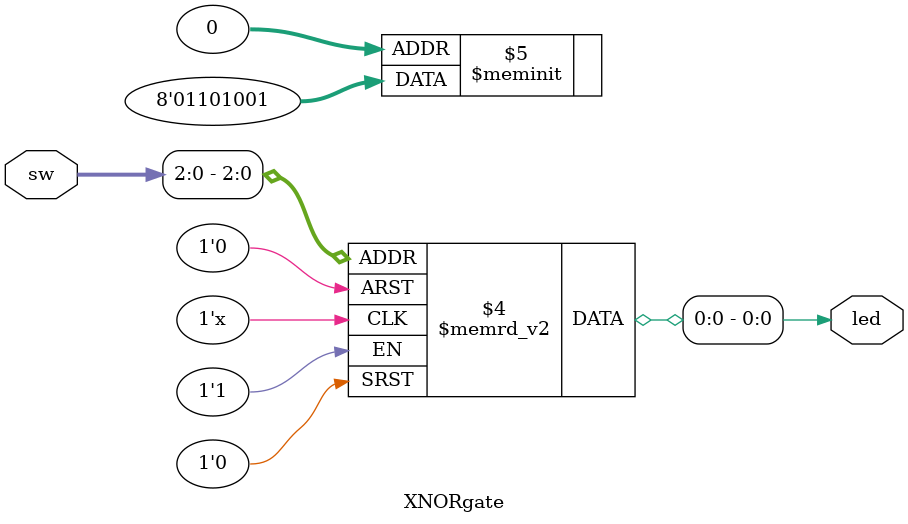
<source format=v>
`timescale 1ns / 1ps


//module LOGIC_XNOR(
//    input A, B,
//    output Y
//    );
    
//    xnor(Y, A, B);
//endmodule


//////////////////////////////////////////////////////////////////////////////////


//module LOGIC_XNOR_DATAFLOW(
//    input A, B,
//    output Y
//    );
    
//    assign Y = ~(A ^ B);
//endmodule


//////////////////////////////////////////////////////////////////////////////////


//module LOGIC_XNOR_BEHAV(
//    input A, B,
//    output reg Y
//    );
    
//    always@ (A or B)
//    begin
//            case({A, B})
//                2'b00: Y = 1'b1;
//                2'b01: Y = 1'b0;
//                2'b10: Y = 1'b0;
//                2'b11: Y = 1'b1;
//            endcase
//    end
//endmodule


//////////////////////////////////////////////////////////////////////////////////


//primitive UDP_LOGIC_XNOR(
//    output Y,
//    input A, B
//    );
    
//    table
//// A B : Y
//    0 0 : 1;
//    0 1 : 0;
//    1 0 : 0;
//    1 1 : 1;
//    endtable
//endprimitive


//////////////////////////////////////////////////////////////////////////////////


module XNORgate(
        input [3:0]sw,
        output reg [3:0]led
        );
        
        always@(sw[2] | sw[1] | sw[0])     // µÑ Áß¿¡ ÇÏ³ª°¡ ÀÛµ¿µÉ¶§ ¾Æ·¡ ÄÚµå Ç×»ó ½ÇÇà
        begin
            case({sw[2], sw[1], sw[0]})
                3'b000 : led[0] = 1'b1;     // 3'b000 ==> ¼¼Ä­Â¥¸® ¹ÙÀÌ³Ê¸® 000
                3'b001 : led[0] = 1'b0;
                3'b010 : led[0] = 1'b0;
                3'b011 : led[0] = 1'b1;
                3'b100 : led[0] = 1'b0;
                3'b101 : led[0] = 1'b1;
                3'b110 : led[0] = 1'b1;
                3'b111 : led[0] = 1'b0;
            endcase
        end
endmodule

</source>
